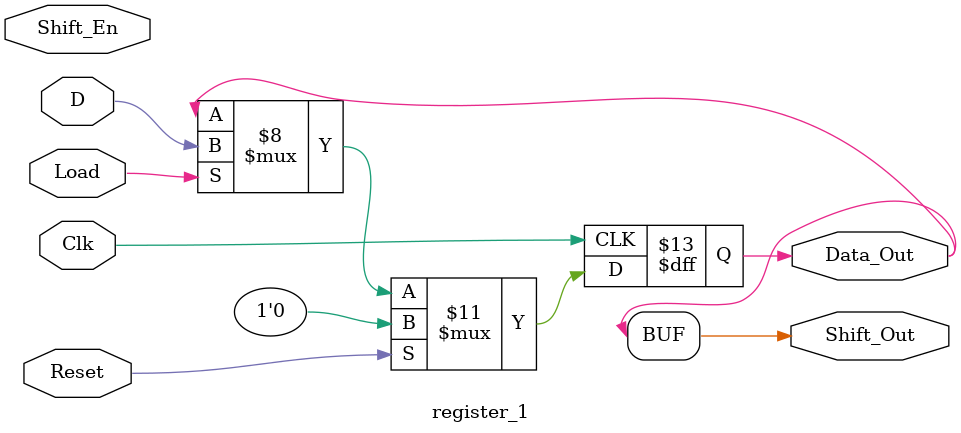
<source format=sv>
module register_8(input  logic Clk, Reset, Shift_In, Load, Shift_En,
              input  logic [7:0]  D,
              output logic Shift_Out,
              output logic [7:0]  Data_Out);

always_ff @(posedge Clk) begin 

if (Reset==1) 
	Data_Out <= 8'h00;
	
else if (Load==1)
	Data_Out <= D;
	
else if (Shift_En==1)
	Data_Out <= {Shift_In, Data_Out[7:1]};
	
else
	Data_Out <= Data_Out;
	
end
	
assign Shift_Out=Data_Out[0];



endmodule 


module register_1(input logic Clk,Reset,Load,Shift_En,
						input logic D,
						output logic Shift_Out, 
						output logic Data_Out);

always_ff @ (posedge Clk) begin 

if(Reset==1)
	Data_Out<=1'b0;
	
else if (Load==1)
	Data_Out<=D;
	
else if (Shift_En==1)
	Data_Out<=Data_Out;         // shift out is always its internal value
	
else
	Data_Out<=Data_Out;

end

assign Shift_Out=Data_Out;

endmodule

</source>
